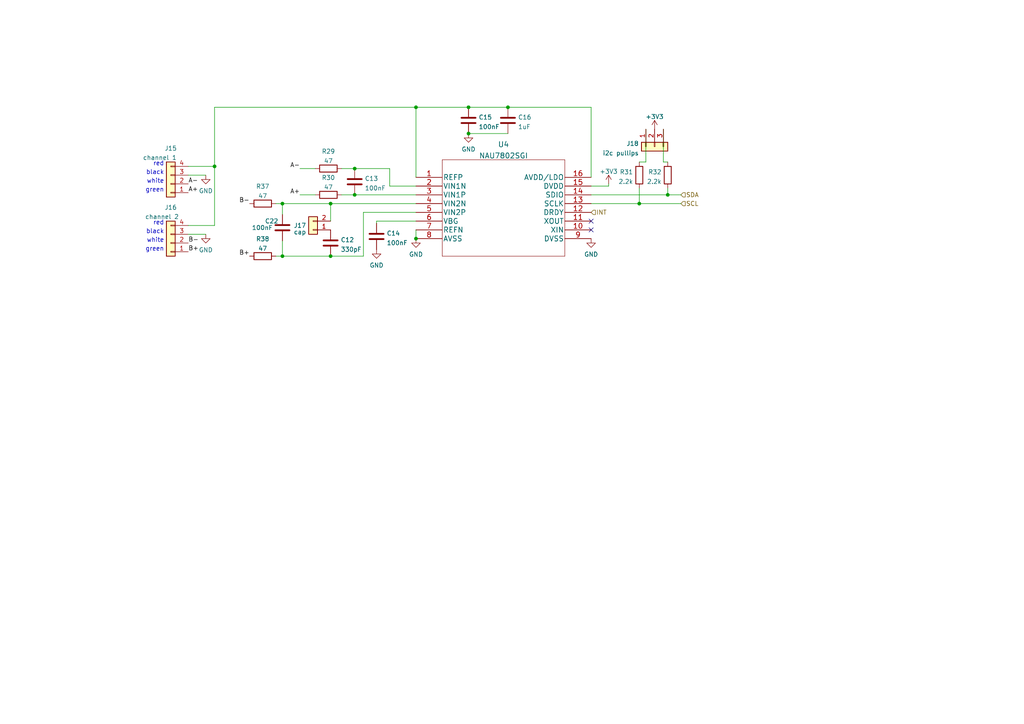
<source format=kicad_sch>
(kicad_sch (version 20211123) (generator eeschema)
  (paper "A4")
  (lib_symbols
    (symbol "Connector_Generic:Conn_01x02" (pin_names (offset 1.016) hide)
      (property "Reference" "J" (at 0 2.54 0))
      (property "Value" "Conn_01x02" (at 0 -5.08 0))
      (symbol "Conn_01x02_1_1"
        (rectangle (start -1.27 -2.413) (end 0 -2.667) (stroke (width 0.1524)))
        (rectangle (start -1.27 0.127) (end 0 -0.127) (stroke (width 0.1524)))
        (rectangle (start -1.27 1.27) (end 1.27 -3.81) (stroke (width 0.254)) (fill (type background)))
        (pin passive line (at -5.08 0 0) (length 3.81) (name "Pin_1") (number "1"))
        (pin passive line (at -5.08 -2.54 0) (length 3.81) (name "Pin_2") (number "2"))
      )
    )
    (symbol "Connector_Generic:Conn_01x03" (pin_names (offset 1.016) hide)
      (property "Reference" "J" (at 0 5.08 0))
      (property "Value" "Conn_01x03" (at 0 -5.08 0))
      (symbol "Conn_01x03_1_1"
        (rectangle (start -1.27 -2.413) (end 0 -2.667) (stroke (width 0.1524)))
        (rectangle (start -1.27 0.127) (end 0 -0.127) (stroke (width 0.1524)))
        (rectangle (start -1.27 2.667) (end 0 2.413) (stroke (width 0.1524)))
        (rectangle (start -1.27 3.81) (end 1.27 -3.81) (stroke (width 0.254)) (fill (type background)))
        (pin passive line (at -5.08 2.54 0) (length 3.81) (name "Pin_1") (number "1"))
        (pin passive line (at -5.08 0 0) (length 3.81) (name "Pin_2") (number "2"))
        (pin passive line (at -5.08 -2.54 0) (length 3.81) (name "Pin_3") (number "3"))
      )
    )
    (symbol "Connector_Generic:Conn_01x04" (pin_names (offset 1.016) hide)
      (property "Reference" "J" (at 0 5.08 0))
      (property "Value" "Conn_01x04" (at 0 -7.62 0))
      (symbol "Conn_01x04_1_1"
        (rectangle (start -1.27 -4.953) (end 0 -5.207) (stroke (width 0.1524)))
        (rectangle (start -1.27 -2.413) (end 0 -2.667) (stroke (width 0.1524)))
        (rectangle (start -1.27 0.127) (end 0 -0.127) (stroke (width 0.1524)))
        (rectangle (start -1.27 2.667) (end 0 2.413) (stroke (width 0.1524)))
        (rectangle (start -1.27 3.81) (end 1.27 -6.35) (stroke (width 0.254)) (fill (type background)))
        (pin passive line (at -5.08 2.54 0) (length 3.81) (name "Pin_1") (number "1"))
        (pin passive line (at -5.08 0 0) (length 3.81) (name "Pin_2") (number "2"))
        (pin passive line (at -5.08 -2.54 0) (length 3.81) (name "Pin_3") (number "3"))
        (pin passive line (at -5.08 -5.08 0) (length 3.81) (name "Pin_4") (number "4"))
      )
    )
    (symbol "Device:C" (pin_numbers hide) (pin_names (offset 0.254))
      (property "Reference" "C" (at 0.635 2.54 0))
      (property "Value" "C" (at 0.635 -2.54 0))
      (symbol "C_0_1"
        (polyline (pts (xy -2.032 -0.762) (xy 2.032 -0.762)) (stroke (width 0.508)))
        (polyline (pts (xy -2.032 0.762) (xy 2.032 0.762)) (stroke (width 0.508)))
      )
      (symbol "C_1_1"
        (pin passive line (at 0 3.81 270) (length 2.794) (name "~") (number "1"))
        (pin passive line (at 0 -3.81 90) (length 2.794) (name "~") (number "2"))
      )
    )
    (symbol "Device:R" (pin_numbers hide) (pin_names (offset 0))
      (property "Reference" "R" (at 2.032 0 90))
      (property "Value" "R" (at 0 0 90))
      (symbol "R_0_1"
        (rectangle (start -1.016 -2.54) (end 1.016 2.54) (stroke (width 0.254)))
      )
      (symbol "R_1_1"
        (pin passive line (at 0 3.81 270) (length 1.27) (name "~") (number "1"))
        (pin passive line (at 0 -3.81 90) (length 1.27) (name "~") (number "2"))
      )
    )
    (symbol "Evan's misc parts:NAU7802SGI" (pin_names (offset 0.254))
      (property "Reference" "U" (at 25.4 10.16 0))
      (property "Value" "NAU7802SGI" (at 25.4 7.62 0))
      (symbol "NAU7802SGI_1_1"
        (polyline (pts (xy 7.62 -22.86) (xy 43.18 -22.86)) (stroke (width 0.127)))
        (polyline (pts (xy 7.62 5.08) (xy 7.62 -22.86)) (stroke (width 0.127)))
        (polyline (pts (xy 43.18 -22.86) (xy 43.18 5.08)) (stroke (width 0.127)))
        (polyline (pts (xy 43.18 5.08) (xy 7.62 5.08)) (stroke (width 0.127)))
        (pin unspecified line (at 0 0 0) (length 7.62) (name "REFP") (number "1"))
        (pin unspecified line (at 50.8 -15.24 180) (length 7.62) (name "XIN") (number "10"))
        (pin output line (at 50.8 -12.7 180) (length 7.62) (name "XOUT") (number "11"))
        (pin unspecified line (at 50.8 -10.16 180) (length 7.62) (name "DRDY") (number "12"))
        (pin unspecified line (at 50.8 -7.62 180) (length 7.62) (name "SCLK") (number "13"))
        (pin unspecified line (at 50.8 -5.08 180) (length 7.62) (name "SDIO") (number "14"))
        (pin power_in line (at 50.8 -2.54 180) (length 7.62) (name "DVDD") (number "15"))
        (pin power_in line (at 50.8 0 180) (length 7.62) (name "AVDD/LDO") (number "16"))
        (pin input line (at 0 -2.54 0) (length 7.62) (name "VIN1N") (number "2"))
        (pin input line (at 0 -5.08 0) (length 7.62) (name "VIN1P") (number "3"))
        (pin input line (at 0 -7.62 0) (length 7.62) (name "VIN2N") (number "4"))
        (pin input line (at 0 -10.16 0) (length 7.62) (name "VIN2P") (number "5"))
        (pin unspecified line (at 0 -12.7 0) (length 7.62) (name "VBG") (number "6"))
        (pin unspecified line (at 0 -15.24 0) (length 7.62) (name "REFN") (number "7"))
        (pin power_in line (at 0 -17.78 0) (length 7.62) (name "AVSS") (number "8"))
        (pin power_in line (at 50.8 -17.78 180) (length 7.62) (name "DVSS") (number "9"))
      )
    )
    (symbol "power:+3.3V" (power) (pin_names (offset 0))
      (property "Value" "+3.3V" (at 0 3.556 0))
      (symbol "+3.3V_0_1"
        (polyline (pts (xy -0.762 1.27) (xy 0 2.54)))
        (polyline (pts (xy 0 0) (xy 0 2.54)))
        (polyline (pts (xy 0 2.54) (xy 0.762 1.27)))
      )
      (symbol "+3.3V_1_1"
        (pin power_in line (at 0 0 90) (length 0) hide (name "+3V3") (number "1"))
      )
    )
    (symbol "power:GND" (power) (pin_names (offset 0))
      (property "Value" "GND" (at 0 -3.81 0))
      (symbol "GND_0_1"
        (polyline (pts (xy 0 0) (xy 0 -1.27) (xy 1.27 -1.27) (xy 0 -2.54) (xy -1.27 -1.27) (xy 0 -1.27)))
      )
      (symbol "GND_1_1"
        (pin power_in line (at 0 0 270) (length 0) hide (name "GND") (number "1"))
      )
    )
  )
  (junction (at 147.32 31.115))
  (junction (at 95.885 74.295))
  (junction (at 193.675 56.515))
  (junction (at 81.915 74.295))
  (junction (at 95.885 59.055))
  (junction (at 185.42 59.055))
  (junction (at 102.87 48.895))
  (junction (at 62.23 48.26))
  (junction (at 135.89 38.735))
  (junction (at 120.65 69.215))
  (junction (at 81.915 59.055))
  (junction (at 135.89 31.115))
  (junction (at 120.65 31.115))
  (junction (at 102.87 56.515))
  (no_connect (at 171.45 66.675))
  (no_connect (at 171.45 64.135))
  (wire (pts (xy 120.65 53.975) (xy 113.03 53.975)))
  (wire (pts (xy 81.915 74.295) (xy 95.885 74.295)))
  (wire (pts (xy 95.885 74.295) (xy 105.41 74.295)))
  (wire (pts (xy 102.87 56.515) (xy 120.65 56.515)))
  (wire (pts (xy 105.41 74.295) (xy 105.41 61.595)))
  (wire (pts (xy 187.325 46.99) (xy 185.42 46.99)))
  (wire (pts (xy 59.69 50.8) (xy 54.61 50.8)))
  (wire (pts (xy 62.23 48.26) (xy 54.61 48.26)))
  (wire (pts (xy 197.485 56.515) (xy 193.675 56.515)))
  (wire (pts (xy 99.06 48.895) (xy 102.87 48.895)))
  (wire (pts (xy 187.325 37.465) (xy 187.325 46.99)))
  (wire (pts (xy 62.23 31.115) (xy 120.65 31.115)))
  (wire (pts (xy 62.23 65.405) (xy 62.23 48.26)))
  (wire (pts (xy 95.885 59.055) (xy 120.65 59.055)))
  (wire (pts (xy 197.485 59.055) (xy 185.42 59.055)))
  (wire (pts (xy 81.915 69.85) (xy 81.915 74.295)))
  (wire (pts (xy 192.405 46.99) (xy 192.405 37.465)))
  (wire (pts (xy 86.995 48.895) (xy 91.44 48.895)))
  (wire (pts (xy 193.675 56.515) (xy 171.45 56.515)))
  (wire (pts (xy 171.45 31.115) (xy 171.45 51.435)))
  (wire (pts (xy 80.01 59.055) (xy 81.915 59.055)))
  (wire (pts (xy 120.65 31.115) (xy 135.89 31.115)))
  (wire (pts (xy 113.03 53.975) (xy 113.03 48.895)))
  (wire (pts (xy 62.23 31.115) (xy 62.23 48.26)))
  (wire (pts (xy 193.675 56.515) (xy 193.675 54.61)))
  (wire (pts (xy 80.01 74.295) (xy 81.915 74.295)))
  (wire (pts (xy 135.89 38.735) (xy 147.32 38.735)))
  (wire (pts (xy 109.22 64.77) (xy 109.22 64.135)))
  (wire (pts (xy 81.915 59.055) (xy 95.885 59.055)))
  (wire (pts (xy 109.22 64.135) (xy 120.65 64.135)))
  (wire (pts (xy 105.41 61.595) (xy 120.65 61.595)))
  (wire (pts (xy 54.61 65.405) (xy 62.23 65.405)))
  (wire (pts (xy 176.53 53.975) (xy 176.53 53.34)))
  (wire (pts (xy 95.885 59.055) (xy 95.885 64.135)))
  (wire (pts (xy 113.03 48.895) (xy 102.87 48.895)))
  (wire (pts (xy 99.06 56.515) (xy 102.87 56.515)))
  (wire (pts (xy 171.45 53.975) (xy 176.53 53.975)))
  (wire (pts (xy 59.69 67.945) (xy 54.61 67.945)))
  (wire (pts (xy 81.915 62.23) (xy 81.915 59.055)))
  (wire (pts (xy 120.65 66.675) (xy 120.65 69.215)))
  (wire (pts (xy 120.65 31.115) (xy 120.65 51.435)))
  (wire (pts (xy 185.42 59.055) (xy 185.42 54.61)))
  (wire (pts (xy 193.675 46.99) (xy 192.405 46.99)))
  (wire (pts (xy 135.89 31.115) (xy 147.32 31.115)))
  (wire (pts (xy 147.32 31.115) (xy 171.45 31.115)))
  (wire (pts (xy 185.42 59.055) (xy 171.45 59.055)))
  (wire (pts (xy 86.995 56.515) (xy 91.44 56.515)))
  (text "white" (at 47.625 53.34 180) (effects (font (size 1.27 1.27)) (justify right bottom)))
  (text "red" (at 47.625 65.405 180) (effects (font (size 1.27 1.27)) (justify right bottom)))
  (text "black" (at 47.625 67.945 180) (effects (font (size 1.27 1.27)) (justify right bottom)))
  (text "green" (at 47.625 55.88 180) (effects (font (size 1.27 1.27)) (justify right bottom)))
  (text "black" (at 47.625 50.8 180) (effects (font (size 1.27 1.27)) (justify right bottom)))
  (text "green" (at 47.625 73.025 180) (effects (font (size 1.27 1.27)) (justify right bottom)))
  (text "red" (at 47.625 48.26 180) (effects (font (size 1.27 1.27)) (justify right bottom)))
  (text "white" (at 47.625 70.485 180) (effects (font (size 1.27 1.27)) (justify right bottom)))
  (label "A-" (at 86.995 48.895 180))
  (label "B+" (at 72.39 74.295 180))
  (label "A-" (at 54.61 53.34 0))
  (label "B-" (at 72.39 59.055 180))
  (label "B+" (at 54.61 73.025 0))
  (label "A+" (at 86.995 56.515 180))
  (label "B-" (at 54.61 70.485 0))
  (label "A+" (at 54.61 55.88 0))
  (hierarchical_label "SDA" (shape input) (at 197.485 56.515 0))
  (hierarchical_label "INT" (shape input) (at 171.45 61.595 0))
  (hierarchical_label "SCL" (shape input) (at 197.485 59.055 0))
  (symbol (lib_id "Device:R") (at 76.2 59.055 90) (mirror x)
    (property "Reference" "R37" (at 76.2 54.0725 90))
    (property "Value" "47" (at 76.2 56.8476 90))
    (property "Footprint" "Resistor_SMD:R_0603_1608Metric" (effects hide))
  )
  (symbol (lib_id "Connector_Generic:Conn_01x04") (at 49.53 70.485 180)
    (property "Reference" "J16" (at 49.53 60.1685 0))
    (property "Value" "channel 2" (at 46.99 62.865 0))
    (property "Footprint" "Connector_JST:JST_XH_B4B-XH-A_1x04_P2.50mm_Vertical" (effects hide))
  )
  (symbol (lib_id "Device:R") (at 95.25 48.895 90) (mirror x)
    (property "Reference" "R29" (at 95.25 43.9125 90))
    (property "Value" "47" (at 95.25 46.6876 90))
    (property "Footprint" "Resistor_SMD:R_0603_1608Metric" (effects hide))
  )
  (symbol (lib_id "power:GND") (at 171.45 69.215 0)
    (property "Reference" "#PWR087" (effects hide))
    (property "Value" "GND" (at 171.45 73.7775 0))
  )
  (symbol (lib_id "Device:C") (at 81.915 66.04 0)
    (property "Reference" "C22" (at 76.835 64.135 0) (effects (justify left)))
    (property "Value" "100nF" (at 73.025 66.04 0) (effects (justify left)))
    (property "Footprint" "Capacitor_SMD:C_0603_1608Metric" (effects hide))
  )
  (symbol (lib_id "power:GND") (at 109.22 72.39 0)
    (property "Reference" "#PWR081" (effects hide))
    (property "Value" "GND" (at 109.22 76.9525 0))
  )
  (symbol (lib_id "Device:C") (at 147.32 34.925 0)
    (property "Reference" "C16" (at 150.241 34.0165 0) (effects (justify left)))
    (property "Value" "1uF" (at 150.241 36.7916 0) (effects (justify left)))
    (property "Footprint" "Capacitor_SMD:C_0603_1608Metric" (effects hide))
  )
  (symbol (lib_id "power:GND") (at 135.89 38.735 0)
    (property "Reference" "#PWR085" (effects hide))
    (property "Value" "GND" (at 135.89 43.2975 0))
  )
  (symbol (lib_id "power:+3.3V") (at 176.53 53.34 0)
    (property "Reference" "#PWR088" (effects hide))
    (property "Value" "+3.3V" (at 176.53 49.7355 0))
  )
  (symbol (lib_id "Connector_Generic:Conn_01x04") (at 49.53 53.34 180)
    (property "Reference" "J15" (at 49.53 43.0235 0))
    (property "Value" "channel 1" (at 46.355 45.72 0))
    (property "Footprint" "Connector_JST:JST_XH_B4B-XH-A_1x04_P2.50mm_Vertical" (effects hide))
  )
  (symbol (lib_id "Device:R") (at 193.675 50.8 0) (mirror y)
    (property "Reference" "R32" (at 191.897 49.8915 0) (effects (justify left)))
    (property "Value" "2.2k" (at 191.897 52.6666 0) (effects (justify left)))
    (property "Footprint" "Resistor_SMD:R_0603_1608Metric" (effects hide))
  )
  (symbol (lib_id "Device:C") (at 102.87 52.705 0)
    (property "Reference" "C13" (at 105.791 51.7965 0) (effects (justify left)))
    (property "Value" "100nF" (at 105.791 54.5716 0) (effects (justify left)))
    (property "Footprint" "Capacitor_SMD:C_0603_1608Metric" (effects hide))
  )
  (symbol (lib_id "Device:R") (at 76.2 74.295 90) (mirror x)
    (property "Reference" "R38" (at 76.2 69.3125 90))
    (property "Value" "47" (at 76.2 72.0876 90))
    (property "Footprint" "Resistor_SMD:R_0603_1608Metric" (effects hide))
  )
  (symbol (lib_id "Device:R") (at 185.42 50.8 0) (mirror y)
    (property "Reference" "R31" (at 183.642 49.8915 0) (effects (justify left)))
    (property "Value" "2.2k" (at 183.642 52.6666 0) (effects (justify left)))
    (property "Footprint" "Resistor_SMD:R_0603_1608Metric" (effects hide))
  )
  (symbol (lib_id "power:GND") (at 59.69 50.8 0)
    (property "Reference" "#PWR079" (effects hide))
    (property "Value" "GND" (at 59.69 55.3625 0))
  )
  (symbol (lib_id "Connector_Generic:Conn_01x02") (at 90.805 66.675 180)
    (property "Reference" "J17" (at 86.995 65.405 0))
    (property "Value" "cap" (at 86.995 67.31 0))
    (property "Footprint" "Jumper:SolderJumper-2_P1.3mm_Bridged_RoundedPad1.0x1.5mm" (effects hide))
  )
  (symbol (lib_id "Device:C") (at 135.89 34.925 0)
    (property "Reference" "C15" (at 138.811 34.0165 0) (effects (justify left)))
    (property "Value" "100nF" (at 138.811 36.7916 0) (effects (justify left)))
    (property "Footprint" "Capacitor_SMD:C_0603_1608Metric" (effects hide))
  )
  (symbol (lib_id "power:GND") (at 120.65 69.215 0)
    (property "Reference" "#PWR083" (effects hide))
    (property "Value" "GND" (at 120.65 73.7775 0))
  )
  (symbol (lib_id "power:GND") (at 59.69 67.945 0)
    (property "Reference" "#PWR080" (effects hide))
    (property "Value" "GND" (at 59.69 72.5075 0))
  )
  (symbol (lib_id "Device:R") (at 95.25 56.515 90) (mirror x)
    (property "Reference" "R30" (at 95.25 51.5325 90))
    (property "Value" "47" (at 95.25 54.3076 90))
    (property "Footprint" "Resistor_SMD:R_0603_1608Metric" (effects hide))
  )
  (symbol (lib_id "Evan's misc parts:NAU7802SGI") (at 120.65 51.435 0)
    (property "Reference" "U4" (at 146.05 41.8876 0) (effects (font (size 1.524 1.524))))
    (property "Value" "NAU7802SGI" (at 146.05 45.1666 0) (effects (font (size 1.524 1.524))))
    (property "Footprint" "Package_SO:SOIC-16_3.9x9.9mm_P1.27mm" (effects hide))
  )
  (symbol (lib_id "Device:C") (at 109.22 68.58 0)
    (property "Reference" "C14" (at 112.141 67.6715 0) (effects (justify left)))
    (property "Value" "100nF" (at 112.141 70.4466 0) (effects (justify left)))
    (property "Footprint" "Capacitor_SMD:C_0603_1608Metric" (effects hide))
  )
  (symbol (lib_id "Connector_Generic:Conn_01x03") (at 189.865 42.545 90) (mirror x)
    (property "Reference" "J18" (at 185.293 41.6365 90) (effects (justify left)))
    (property "Value" "i2c pullips" (at 185.293 44.4116 90) (effects (justify left)))
    (property "Footprint" "Jumper:SolderJumper-3_P1.3mm_Open_RoundedPad1.0x1.5mm" (effects hide))
  )
  (symbol (lib_id "Device:C") (at 95.885 70.485 0)
    (property "Reference" "C12" (at 98.806 69.5765 0) (effects (justify left)))
    (property "Value" "330pF" (at 98.806 72.3516 0) (effects (justify left)))
    (property "Footprint" "Capacitor_SMD:C_0603_1608Metric" (effects hide))
  )
  (symbol (lib_id "power:+3.3V") (at 189.865 37.465 0) (mirror y)
    (property "Reference" "#PWR089" (effects hide))
    (property "Value" "+3.3V" (at 189.865 33.8605 0))
  )
)
</source>
